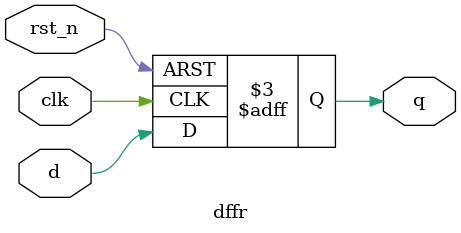
<source format=sv>

module dffr ( q, clk, rst_n, d ) ; // FF with async rst_n;  
  parameter WIDTH = 1 ;
  input 	clk ;
  input 	rst_n ;
  input  [WIDTH-1:0] d ;
  output [WIDTH-1:0] q ;
  reg [WIDTH-1:0] 	 q ;
  
  always @(posedge clk or negedge rst_n) 
    if (!rst_n) q <= {WIDTH{1'b0}} ;
    else q <= d ;
endmodule

</source>
